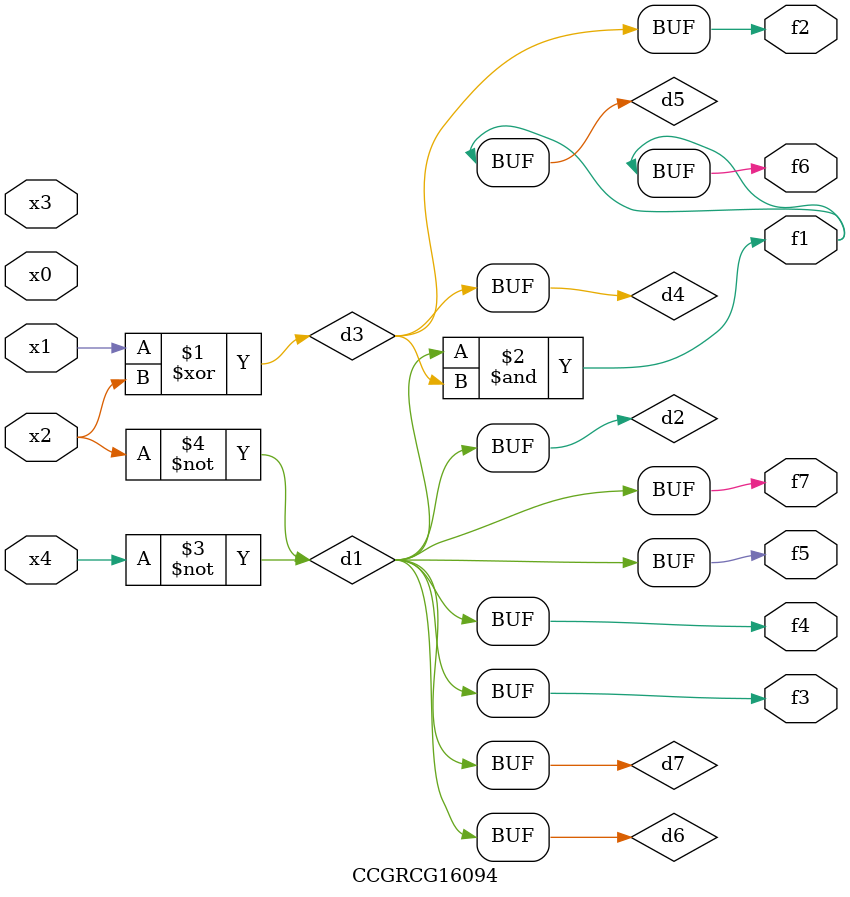
<source format=v>
module CCGRCG16094(
	input x0, x1, x2, x3, x4,
	output f1, f2, f3, f4, f5, f6, f7
);

	wire d1, d2, d3, d4, d5, d6, d7;

	not (d1, x4);
	not (d2, x2);
	xor (d3, x1, x2);
	buf (d4, d3);
	and (d5, d1, d3);
	buf (d6, d1, d2);
	buf (d7, d2);
	assign f1 = d5;
	assign f2 = d4;
	assign f3 = d7;
	assign f4 = d7;
	assign f5 = d7;
	assign f6 = d5;
	assign f7 = d7;
endmodule

</source>
